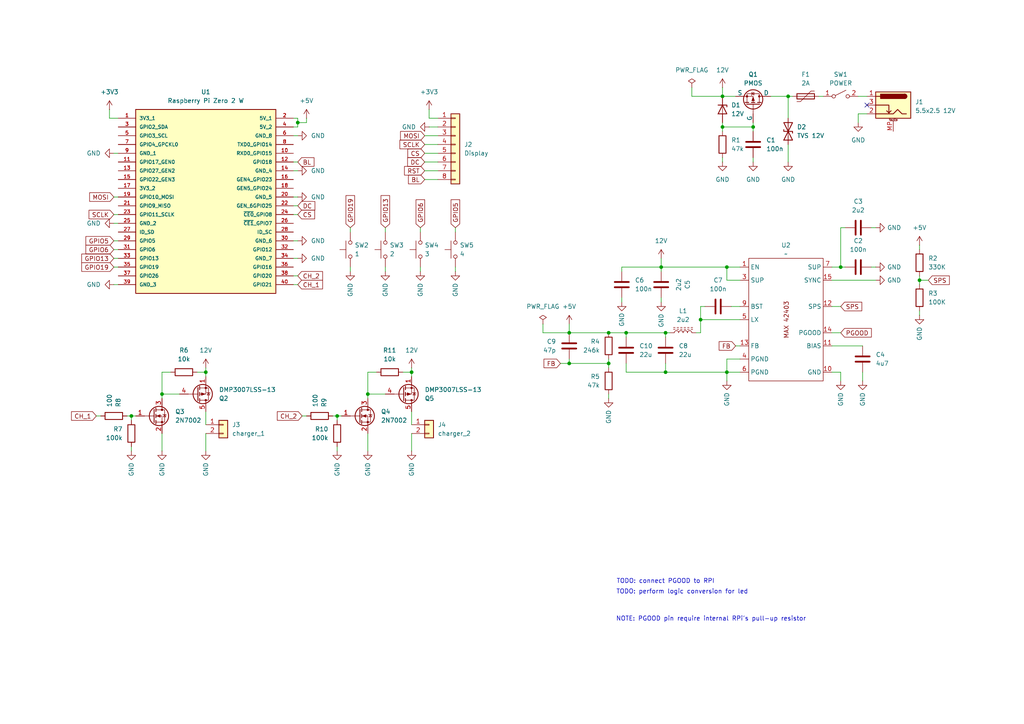
<source format=kicad_sch>
(kicad_sch (version 20231120) (generator "eeschema") (generator_version "8.0")
  (paper "A4")
  (lib_symbols
    (symbol "ADA3708:ADA3708" (pin_names (offset 1.016))
      (property "Reference" "U" (at -20.34 26.6962 0))
      (property "Value" "ADA3708" (at -20.3391 -30.5087 0))
      (symbol "ADA3708_0_0"
        (pin power_in line (at -25.4 22.86 0) (length 5.08) (name "3V3_1") (number "1"))
        (pin bidirectional line (at 25.4 12.7 180) (length 5.08) (name "RXD0_GPIO15") (number "10"))
        (pin bidirectional line (at -25.4 10.16 0) (length 5.08) (name "GPIO17_GEN0") (number "11"))
        (pin bidirectional line (at 25.4 10.16 180) (length 5.08) (name "GPIO18") (number "12"))
        (pin bidirectional line (at -25.4 7.62 0) (length 5.08) (name "GPIO27_GEN2") (number "13"))
        (pin power_in line (at 25.4 7.62 180) (length 5.08) (name "GND_4") (number "14"))
        (pin bidirectional line (at -25.4 5.08 0) (length 5.08) (name "GPIO22_GEN3") (number "15"))
        (pin bidirectional line (at 25.4 5.08 180) (length 5.08) (name "GEN4_GPIO23") (number "16"))
        (pin power_in line (at -25.4 2.54 0) (length 5.08) (name "3V3_2") (number "17"))
        (pin bidirectional line (at 25.4 2.54 180) (length 5.08) (name "GEN5_GPIO24") (number "18"))
        (pin bidirectional line (at -25.4 0 0) (length 5.08) (name "GPIO10_MOSI") (number "19"))
        (pin power_in line (at 25.4 22.86 180) (length 5.08) (name "5V_1") (number "2"))
        (pin power_in line (at 25.4 0 180) (length 5.08) (name "GND_5") (number "20"))
        (pin bidirectional line (at -25.4 -2.54 0) (length 5.08) (name "GPIO9_MISO") (number "21"))
        (pin bidirectional line (at 25.4 -2.54 180) (length 5.08) (name "GEN_6GPIO25") (number "22"))
        (pin bidirectional line (at -25.4 -5.08 0) (length 5.08) (name "GPIO11_SCLK") (number "23"))
        (pin bidirectional line (at 25.4 -5.08 180) (length 5.08) (name "~{CE0}_GPIO8") (number "24"))
        (pin power_in line (at -25.4 -7.62 0) (length 5.08) (name "GND_2") (number "25"))
        (pin bidirectional line (at 25.4 -7.62 180) (length 5.08) (name "~{CE1}_GPIO7") (number "26"))
        (pin bidirectional line (at -25.4 -10.16 0) (length 5.08) (name "ID_SD") (number "27"))
        (pin bidirectional line (at 25.4 -10.16 180) (length 5.08) (name "ID_SC") (number "28"))
        (pin bidirectional line (at -25.4 -12.7 0) (length 5.08) (name "GPIO5") (number "29"))
        (pin bidirectional line (at -25.4 20.32 0) (length 5.08) (name "GPIO2_SDA") (number "3"))
        (pin power_in line (at 25.4 -12.7 180) (length 5.08) (name "GND_6") (number "30"))
        (pin bidirectional line (at -25.4 -15.24 0) (length 5.08) (name "GPIO6") (number "31"))
        (pin bidirectional line (at 25.4 -15.24 180) (length 5.08) (name "GPIO12") (number "32"))
        (pin bidirectional line (at -25.4 -17.78 0) (length 5.08) (name "GPIO13") (number "33"))
        (pin power_in line (at 25.4 -17.78 180) (length 5.08) (name "GND_7") (number "34"))
        (pin bidirectional line (at -25.4 -20.32 0) (length 5.08) (name "GPIO19") (number "35"))
        (pin bidirectional line (at 25.4 -20.32 180) (length 5.08) (name "GPIO16") (number "36"))
        (pin bidirectional line (at -25.4 -22.86 0) (length 5.08) (name "GPIO26") (number "37"))
        (pin bidirectional line (at 25.4 -22.86 180) (length 5.08) (name "GPIO20") (number "38"))
        (pin power_in line (at -25.4 -25.4 0) (length 5.08) (name "GND_3") (number "39"))
        (pin power_in line (at 25.4 20.32 180) (length 5.08) (name "5V_2") (number "4"))
        (pin bidirectional line (at 25.4 -25.4 180) (length 5.08) (name "GPIO21") (number "40"))
        (pin bidirectional line (at -25.4 17.78 0) (length 5.08) (name "GPIO3_SCL") (number "5"))
        (pin power_in line (at 25.4 17.78 180) (length 5.08) (name "GND_8") (number "6"))
        (pin bidirectional line (at -25.4 15.24 0) (length 5.08) (name "GPIO4_GPCKL0") (number "7"))
        (pin bidirectional line (at 25.4 15.24 180) (length 5.08) (name "TXD0_GPIO14") (number "8"))
        (pin power_in line (at -25.4 12.7 0) (length 5.08) (name "GND_1") (number "9"))
      )
    )
    (symbol "Connector:Barrel_Jack_Switch_MountingPin" (pin_names hide)
      (property "Reference" "J" (at 0 5.334 0))
      (property "Value" "Barrel_Jack_Switch_MountingPin" (at 1.27 -6.35 0))
      (symbol "Barrel_Jack_Switch_MountingPin_1_1"
        (text "Mounting" (at 0 -4.191 0) (effects (font (size 0.381 0.381))))
        (pin passive line (at 7.62 2.54 180) (length 2.54) (name "~") (number "1"))
        (pin passive line (at 7.62 -2.54 180) (length 2.54) (name "~") (number "2"))
        (pin passive line (at 7.62 0 180) (length 2.54) (name "~") (number "3"))
        (pin passive line (at 0 -7.62 90) (length 3.048) (name "MountPin") (number "MP"))
      )
    )
    (symbol "Connector_Generic:Conn_01x02" (pin_names (offset 1.016) hide)
      (property "Reference" "J" (at 0 2.54 0))
      (property "Value" "Conn_01x02" (at 0 -5.08 0))
      (symbol "Conn_01x02_1_1"
        (pin passive line (at -5.08 0 0) (length 3.81) (name "Pin_1") (number "1"))
        (pin passive line (at -5.08 -2.54 0) (length 3.81) (name "Pin_2") (number "2"))
      )
    )
    (symbol "Connector_Generic:Conn_01x08" (pin_names (offset 1.016) hide)
      (property "Reference" "J" (at 0 10.16 0))
      (property "Value" "Conn_01x08" (at 0 -12.7 0))
      (symbol "Conn_01x08_1_1"
        (pin passive line (at -5.08 7.62 0) (length 3.81) (name "Pin_1") (number "1"))
        (pin passive line (at -5.08 5.08 0) (length 3.81) (name "Pin_2") (number "2"))
        (pin passive line (at -5.08 2.54 0) (length 3.81) (name "Pin_3") (number "3"))
        (pin passive line (at -5.08 0 0) (length 3.81) (name "Pin_4") (number "4"))
        (pin passive line (at -5.08 -2.54 0) (length 3.81) (name "Pin_5") (number "5"))
        (pin passive line (at -5.08 -5.08 0) (length 3.81) (name "Pin_6") (number "6"))
        (pin passive line (at -5.08 -7.62 0) (length 3.81) (name "Pin_7") (number "7"))
        (pin passive line (at -5.08 -10.16 0) (length 3.81) (name "Pin_8") (number "8"))
      )
    )
    (symbol "Device:C" (pin_numbers hide) (pin_names (offset 0.254))
      (property "Reference" "C" (at 0.635 2.54 0))
      (property "Value" "C" (at 0.635 -2.54 0))
      (symbol "C_1_1"
        (pin passive line (at 0 3.81 270) (length 2.794) (name "~") (number "1"))
        (pin passive line (at 0 -3.81 90) (length 2.794) (name "~") (number "2"))
      )
    )
    (symbol "Device:D_TVS" (pin_numbers hide) (pin_names (offset 1.016) hide)
      (property "Reference" "D" (at 0 2.54 0))
      (property "Value" "D_TVS" (at 0 -2.54 0))
      (symbol "D_TVS_1_1"
        (pin passive line (at -3.81 0 0) (length 2.54) (name "A1") (number "1"))
        (pin passive line (at 3.81 0 180) (length 2.54) (name "A2") (number "2"))
      )
    )
    (symbol "Device:D_Zener" (pin_numbers hide) (pin_names (offset 1.016) hide)
      (property "Reference" "D" (at 0 2.54 0))
      (property "Value" "D_Zener" (at 0 -2.54 0))
      (symbol "D_Zener_1_1"
        (pin passive line (at -3.81 0 0) (length 2.54) (name "K") (number "1"))
        (pin passive line (at 3.81 0 180) (length 2.54) (name "A") (number "2"))
      )
    )
    (symbol "Device:L_Ferrite" (pin_numbers hide) (pin_names (offset 1.016) hide)
      (property "Reference" "L" (at -1.27 0 90))
      (property "Value" "L_Ferrite" (at 2.794 0 90))
      (symbol "L_Ferrite_1_1"
        (pin passive line (at 0 3.81 270) (length 1.27) (name "1") (number "1"))
        (pin passive line (at 0 -3.81 90) (length 1.27) (name "2") (number "2"))
      )
    )
    (symbol "Device:Polyfuse" (pin_numbers hide) (pin_names (offset 0))
      (property "Reference" "F" (at -2.54 0 90))
      (property "Value" "Polyfuse" (at 2.54 0 90))
      (symbol "Polyfuse_1_1"
        (pin passive line (at 0 3.81 270) (length 1.27) (name "~") (number "1"))
        (pin passive line (at 0 -3.81 90) (length 1.27) (name "~") (number "2"))
      )
    )
    (symbol "Device:R" (pin_numbers hide) (pin_names (offset 0))
      (property "Reference" "R" (at 2.032 0 90))
      (property "Value" "R" (at 0 0 90))
      (symbol "R_1_1"
        (pin passive line (at 0 3.81 270) (length 1.27) (name "~") (number "1"))
        (pin passive line (at 0 -3.81 90) (length 1.27) (name "~") (number "2"))
      )
    )
    (symbol "Simulation_SPICE:PMOS" (pin_numbers hide) (pin_names (offset 0))
      (property "Reference" "Q" (at 5.08 1.27 0))
      (property "Value" "PMOS" (at 5.08 -1.27 0))
      (symbol "PMOS_1_1"
        (pin passive line (at 2.54 5.08 270) (length 2.54) (name "D") (number "1"))
        (pin input line (at -5.08 0 0) (length 2.54) (name "G") (number "2"))
        (pin passive line (at 2.54 -5.08 90) (length 2.54) (name "S") (number "3"))
      )
    )
    (symbol "Switch:SW_Push" (pin_numbers hide) (pin_names (offset 1.016) hide)
      (property "Reference" "SW" (at 1.27 2.54 0))
      (property "Value" "SW_Push" (at 0 -1.524 0))
      (symbol "SW_Push_0_1"
        (pin passive line (at -5.08 0 0) (length 2.54) (name "1") (number "1"))
        (pin passive line (at 5.08 0 180) (length 2.54) (name "2") (number "2"))
      )
    )
    (symbol "Switch:SW_SPST" (pin_names (offset 0) hide)
      (property "Reference" "SW" (at 0 3.175 0))
      (property "Value" "SW_SPST" (at 0 -2.54 0))
      (symbol "SW_SPST_1_1"
        (pin passive line (at -5.08 0 0) (length 2.54) (name "A") (number "1"))
        (pin passive line (at 5.08 0 180) (length 2.54) (name "B") (number "2"))
      )
    )
    (symbol "Transistor_FET:2N7002" (pin_names hide)
      (property "Reference" "Q" (at 5.08 1.905 0))
      (property "Value" "2N7002" (at 5.08 0 0))
      (symbol "2N7002_1_1"
        (pin input line (at -5.08 0 0) (length 2.54) (name "G") (number "1"))
        (pin passive line (at 2.54 -5.08 90) (length 2.54) (name "S") (number "2"))
        (pin passive line (at 2.54 5.08 270) (length 2.54) (name "D") (number "3"))
      )
    )
    (symbol "Transistor_FET:FDS9435A" (pin_names hide)
      (property "Reference" "Q" (at 5.08 1.905 0))
      (property "Value" "FDS9435A" (at 5.08 0 0))
      (symbol "FDS9435A_1_1"
        (pin passive line (at 2.54 -5.08 90) (length 2.54) (name "S") (number "1"))
        (pin passive line (at 2.54 -5.08 90) (length 2.54) hide (name "S") (number "2"))
        (pin passive line (at 2.54 -5.08 90) (length 2.54) hide (name "S") (number "3"))
        (pin passive line (at -5.08 0 0) (length 2.54) (name "G") (number "4"))
        (pin passive line (at 2.54 5.08 270) (length 2.54) (name "D") (number "5"))
        (pin passive line (at 2.54 5.08 270) (length 2.54) hide (name "D") (number "6"))
        (pin passive line (at 2.54 5.08 270) (length 2.54) hide (name "D") (number "7"))
        (pin passive line (at 2.54 5.08 270) (length 2.54) hide (name "D") (number "8"))
      )
    )
    (symbol "max42403:MAX_42403"
      (property "Reference" "U2" (at 13.335 21.59 0))
      (property "Value" "~" (at 13.335 19.05 0))
      (symbol "MAX_42403_1_1"
        (text "MAX 42403" (at 13.462 0 900) (effects (font (size 1.27 1.27))))
        (pin input line (at 0 15.24 0) (length 2.54) (name "EN") (number "1"))
        (pin input line (at 26.67 -15.24 180) (length 2.54) (name "GND") (number "10"))
        (pin input line (at 26.67 -7.62 180) (length 2.54) (name "BIAS") (number "11"))
        (pin input line (at 26.67 3.81 180) (length 2.54) (name "SPS") (number "12"))
        (pin input line (at 0 -7.62 0) (length 2.54) (name "FB") (number "13"))
        (pin input line (at 26.67 -3.81 180) (length 2.54) (name "PGOOD") (number "14"))
        (pin input line (at 26.67 11.43 180) (length 2.54) (name "SYNC") (number "15"))
        (pin input line (at 0 11.43 0) (length 2.54) (name "SUP") (number "3"))
        (pin input line (at 0 -11.43 0) (length 2.54) (name "PGND") (number "4"))
        (pin input line (at 0 0 0) (length 2.54) (name "LX") (number "5"))
        (pin input line (at 0 -15.24 0) (length 2.54) (name "PGND") (number "6"))
        (pin input line (at 26.67 15.24 180) (length 2.54) (name "SUP") (number "7"))
        (pin input line (at 0 3.81 0) (length 2.54) (name "BST") (number "9"))
      )
    )
    (symbol "power:+3V3" (power) (pin_numbers hide) (pin_names (offset 0) hide)
      (property "Value" "+3V3" (at 0 3.556 0))
      (symbol "+3V3_1_1"
        (pin power_in line (at 0 0 90) (length 0) (name "~") (number "1"))
      )
    )
    (symbol "power:+5V" (power) (pin_numbers hide) (pin_names (offset 0) hide)
      (property "Value" "+5V" (at 0 3.556 0))
      (symbol "+5V_1_1"
        (pin power_in line (at 0 0 90) (length 0) (name "~") (number "1"))
      )
    )
    (symbol "power:GND" (power) (pin_numbers hide) (pin_names (offset 0) hide)
      (property "Value" "GND" (at 0 -3.81 0))
      (symbol "GND_1_1"
        (pin power_in line (at 0 0 270) (length 0) (name "~") (number "1"))
      )
    )
    (symbol "power:PWR_FLAG" (power) (pin_numbers hide) (pin_names (offset 0) hide)
      (property "Value" "PWR_FLAG" (at 0 3.81 0))
      (symbol "PWR_FLAG_0_0"
        (pin power_out line (at 0 0 90) (length 0) (name "~") (number "1"))
      )
    )
  )
  (junction (at 210.82 77.47))
  (junction (at 193.04 96.52))
  (junction (at 193.04 107.95))
  (junction (at 243.84 77.47))
  (junction (at 176.53 96.52))
  (junction (at 228.6 27.94))
  (junction (at 209.55 36.83))
  (junction (at 38.1 120.65))
  (junction (at 210.82 107.95))
  (junction (at 218.44 36.83))
  (junction (at 86.36 35.56))
  (junction (at 106.68 114.3))
  (junction (at 209.55 27.94))
  (junction (at 59.69 107.95))
  (junction (at 165.1 105.41))
  (junction (at 203.2 92.71))
  (junction (at 191.77 77.47))
  (junction (at 165.1 96.52))
  (junction (at 46.99 114.3))
  (junction (at 266.7 81.28))
  (junction (at 119.38 107.95))
  (junction (at 97.79 120.65))
  (junction (at 181.61 96.52))
  (junction (at 176.53 105.41))
  (no_connect (at 251.46 30.48))
  (wire (pts (xy 266.7 80.01) (xy 266.7 81.28)))
  (wire (pts (xy 218.44 46.99) (xy 218.44 45.72)))
  (wire (pts (xy 266.7 81.28) (xy 269.24 81.28)))
  (wire (pts (xy 266.7 81.28) (xy 266.7 82.55)))
  (wire (pts (xy 241.3 81.28) (xy 254 81.28)))
  (wire (pts (xy 176.53 104.14) (xy 176.53 105.41)))
  (wire (pts (xy 86.36 35.56) (xy 88.9 35.56)))
  (wire (pts (xy 157.48 93.98) (xy 157.48 96.52)))
  (wire (pts (xy 237.49 27.94) (xy 238.76 27.94)))
  (wire (pts (xy 209.55 25.4) (xy 209.55 27.94)))
  (wire (pts (xy 123.19 41.91) (xy 127 41.91)))
  (wire (pts (xy 85.09 59.69) (xy 86.36 59.69)))
  (wire (pts (xy 266.7 71.12) (xy 266.7 72.39)))
  (wire (pts (xy 111.76 77.47) (xy 111.76 78.74)))
  (wire (pts (xy 119.38 119.38) (xy 119.38 123.19)))
  (wire (pts (xy 101.6 66.04) (xy 101.6 67.31)))
  (wire (pts (xy 228.6 27.94) (xy 228.6 34.29)))
  (wire (pts (xy 57.15 107.95) (xy 59.69 107.95)))
  (wire (pts (xy 33.02 69.85) (xy 34.29 69.85)))
  (wire (pts (xy 119.38 106.68) (xy 119.38 107.95)))
  (wire (pts (xy 31.75 31.75) (xy 31.75 34.29)))
  (wire (pts (xy 46.99 125.73) (xy 46.99 130.81)))
  (wire (pts (xy 36.83 120.65) (xy 38.1 120.65)))
  (wire (pts (xy 85.09 39.37) (xy 86.36 39.37)))
  (wire (pts (xy 119.38 125.73) (xy 119.38 130.81)))
  (wire (pts (xy 248.92 33.02) (xy 251.46 33.02)))
  (wire (pts (xy 209.55 27.94) (xy 213.36 27.94)))
  (wire (pts (xy 59.69 119.38) (xy 59.69 123.19)))
  (wire (pts (xy 123.19 49.53) (xy 127 49.53)))
  (wire (pts (xy 214.63 81.28) (xy 210.82 81.28)))
  (wire (pts (xy 210.82 104.14) (xy 210.82 107.95)))
  (wire (pts (xy 97.79 120.65) (xy 99.06 120.65)))
  (wire (pts (xy 119.38 107.95) (xy 119.38 109.22)))
  (wire (pts (xy 59.69 125.73) (xy 59.69 130.81)))
  (wire (pts (xy 243.84 110.49) (xy 243.84 107.95)))
  (wire (pts (xy 38.1 120.65) (xy 39.37 120.65)))
  (wire (pts (xy 228.6 41.91) (xy 228.6 46.99)))
  (wire (pts (xy 181.61 97.79) (xy 181.61 96.52)))
  (wire (pts (xy 27.94 120.65) (xy 29.21 120.65)))
  (wire (pts (xy 85.09 49.53) (xy 86.36 49.53)))
  (wire (pts (xy 33.02 74.93) (xy 34.29 74.93)))
  (wire (pts (xy 209.55 36.83) (xy 218.44 36.83)))
  (wire (pts (xy 200.66 27.94) (xy 209.55 27.94)))
  (wire (pts (xy 165.1 104.14) (xy 165.1 105.41)))
  (wire (pts (xy 243.84 66.04) (xy 243.84 77.47)))
  (wire (pts (xy 213.36 100.33) (xy 214.63 100.33)))
  (wire (pts (xy 59.69 107.95) (xy 59.69 109.22)))
  (wire (pts (xy 181.61 105.41) (xy 181.61 107.95)))
  (wire (pts (xy 181.61 107.95) (xy 193.04 107.95)))
  (wire (pts (xy 252.73 77.47) (xy 254 77.47)))
  (wire (pts (xy 193.04 107.95) (xy 210.82 107.95)))
  (wire (pts (xy 96.52 120.65) (xy 97.79 120.65)))
  (wire (pts (xy 176.53 114.3) (xy 176.53 115.57)))
  (wire (pts (xy 223.52 27.94) (xy 228.6 27.94)))
  (wire (pts (xy 157.48 96.52) (xy 165.1 96.52)))
  (wire (pts (xy 52.07 114.3) (xy 46.99 114.3)))
  (wire (pts (xy 132.08 77.47) (xy 132.08 78.74)))
  (wire (pts (xy 33.02 62.23) (xy 34.29 62.23)))
  (wire (pts (xy 123.19 44.45) (xy 127 44.45)))
  (wire (pts (xy 204.47 88.9) (xy 203.2 88.9)))
  (wire (pts (xy 241.3 88.9) (xy 243.84 88.9)))
  (wire (pts (xy 97.79 129.54) (xy 97.79 130.81)))
  (wire (pts (xy 124.46 36.83) (xy 127 36.83)))
  (wire (pts (xy 228.6 27.94) (xy 229.87 27.94)))
  (wire (pts (xy 121.92 77.47) (xy 121.92 78.74)))
  (wire (pts (xy 180.34 86.36) (xy 180.34 87.63)))
  (wire (pts (xy 201.93 96.52) (xy 203.2 96.52)))
  (wire (pts (xy 210.82 77.47) (xy 214.63 77.47)))
  (wire (pts (xy 85.09 82.55) (xy 86.36 82.55)))
  (wire (pts (xy 87.63 120.65) (xy 88.9 120.65)))
  (wire (pts (xy 248.92 27.94) (xy 251.46 27.94)))
  (wire (pts (xy 193.04 96.52) (xy 193.04 97.79)))
  (wire (pts (xy 33.02 57.15) (xy 34.29 57.15)))
  (wire (pts (xy 266.7 90.17) (xy 266.7 91.44)))
  (wire (pts (xy 241.3 100.33) (xy 250.19 100.33)))
  (wire (pts (xy 181.61 96.52) (xy 193.04 96.52)))
  (wire (pts (xy 106.68 114.3) (xy 106.68 107.95)))
  (wire (pts (xy 85.09 46.99) (xy 86.36 46.99)))
  (wire (pts (xy 193.04 105.41) (xy 193.04 107.95)))
  (wire (pts (xy 33.02 64.77) (xy 34.29 64.77)))
  (wire (pts (xy 123.19 39.37) (xy 127 39.37)))
  (wire (pts (xy 203.2 92.71) (xy 214.63 92.71)))
  (wire (pts (xy 210.82 107.95) (xy 214.63 107.95)))
  (wire (pts (xy 116.84 107.95) (xy 119.38 107.95)))
  (wire (pts (xy 88.9 34.29) (xy 88.9 35.56)))
  (wire (pts (xy 209.55 35.56) (xy 209.55 36.83)))
  (wire (pts (xy 252.73 66.04) (xy 254 66.04)))
  (wire (pts (xy 46.99 107.95) (xy 49.53 107.95)))
  (wire (pts (xy 176.53 105.41) (xy 176.53 106.68)))
  (wire (pts (xy 31.75 34.29) (xy 34.29 34.29)))
  (wire (pts (xy 106.68 125.73) (xy 106.68 130.81)))
  (wire (pts (xy 241.3 96.52) (xy 243.84 96.52)))
  (wire (pts (xy 85.09 80.01) (xy 86.36 80.01)))
  (wire (pts (xy 33.02 72.39) (xy 34.29 72.39)))
  (wire (pts (xy 180.34 78.74) (xy 180.34 77.47)))
  (wire (pts (xy 85.09 36.83) (xy 86.36 36.83)))
  (wire (pts (xy 46.99 114.3) (xy 46.99 107.95)))
  (wire (pts (xy 250.19 107.95) (xy 250.19 110.49)))
  (wire (pts (xy 243.84 107.95) (xy 241.3 107.95)))
  (wire (pts (xy 86.36 34.29) (xy 86.36 35.56)))
  (wire (pts (xy 86.36 34.29) (xy 85.09 34.29)))
  (wire (pts (xy 85.09 62.23) (xy 86.36 62.23)))
  (wire (pts (xy 210.82 107.95) (xy 210.82 110.49)))
  (wire (pts (xy 248.92 35.56) (xy 248.92 33.02)))
  (wire (pts (xy 46.99 114.3) (xy 46.99 115.57)))
  (wire (pts (xy 191.77 77.47) (xy 191.77 78.74)))
  (wire (pts (xy 85.09 69.85) (xy 86.36 69.85)))
  (wire (pts (xy 200.66 25.4) (xy 200.66 27.94)))
  (wire (pts (xy 111.76 66.04) (xy 111.76 67.31)))
  (wire (pts (xy 165.1 93.98) (xy 165.1 96.52)))
  (wire (pts (xy 86.36 35.56) (xy 86.36 36.83)))
  (wire (pts (xy 124.46 31.75) (xy 124.46 34.29)))
  (wire (pts (xy 165.1 105.41) (xy 176.53 105.41)))
  (wire (pts (xy 176.53 96.52) (xy 181.61 96.52)))
  (wire (pts (xy 214.63 104.14) (xy 210.82 104.14)))
  (wire (pts (xy 124.46 34.29) (xy 127 34.29)))
  (wire (pts (xy 191.77 74.93) (xy 191.77 77.47)))
  (wire (pts (xy 123.19 52.07) (xy 127 52.07)))
  (wire (pts (xy 121.92 66.04) (xy 121.92 67.31)))
  (wire (pts (xy 33.02 82.55) (xy 34.29 82.55)))
  (wire (pts (xy 106.68 107.95) (xy 109.22 107.95)))
  (wire (pts (xy 191.77 77.47) (xy 180.34 77.47)))
  (wire (pts (xy 97.79 120.65) (xy 97.79 121.92)))
  (wire (pts (xy 218.44 36.83) (xy 218.44 38.1)))
  (wire (pts (xy 132.08 66.04) (xy 132.08 67.31)))
  (wire (pts (xy 165.1 96.52) (xy 176.53 96.52)))
  (wire (pts (xy 210.82 81.28) (xy 210.82 77.47)))
  (wire (pts (xy 33.02 44.45) (xy 34.29 44.45)))
  (wire (pts (xy 38.1 120.65) (xy 38.1 121.92)))
  (wire (pts (xy 193.04 96.52) (xy 194.31 96.52)))
  (wire (pts (xy 111.76 114.3) (xy 106.68 114.3)))
  (wire (pts (xy 245.11 77.47) (xy 243.84 77.47)))
  (wire (pts (xy 191.77 86.36) (xy 191.77 87.63)))
  (wire (pts (xy 218.44 35.56) (xy 218.44 36.83)))
  (wire (pts (xy 191.77 77.47) (xy 210.82 77.47)))
  (wire (pts (xy 209.55 36.83) (xy 209.55 38.1)))
  (wire (pts (xy 212.09 88.9) (xy 214.63 88.9)))
  (wire (pts (xy 59.69 106.68) (xy 59.69 107.95)))
  (wire (pts (xy 123.19 46.99) (xy 127 46.99)))
  (wire (pts (xy 203.2 88.9) (xy 203.2 92.71)))
  (wire (pts (xy 33.02 77.47) (xy 34.29 77.47)))
  (wire (pts (xy 106.68 114.3) (xy 106.68 115.57)))
  (wire (pts (xy 241.3 77.47) (xy 243.84 77.47)))
  (wire (pts (xy 101.6 77.47) (xy 101.6 78.74)))
  (wire (pts (xy 85.09 57.15) (xy 86.36 57.15)))
  (wire (pts (xy 203.2 96.52) (xy 203.2 92.71)))
  (wire (pts (xy 209.55 45.72) (xy 209.55 46.99)))
  (wire (pts (xy 243.84 66.04) (xy 245.11 66.04)))
  (wire (pts (xy 38.1 129.54) (xy 38.1 130.81)))
  (wire (pts (xy 85.09 74.93) (xy 86.36 74.93)))
  (wire (pts (xy 162.56 105.41) (xy 165.1 105.41)))
  (text "TODO: perform logic conversion for led\n" (at 197.866 171.704 0) (effects (font (size 1.27 1.27))))
  (text "TODO: connect PGOOD to RPI\n" (at 193.04 168.656 0) (effects (font (size 1.27 1.27))))
  (text "NOTE: PGOOD pin require internal RPi's pull-up resistor" (at 206.248 179.578 0) (effects (font (size 1.27 1.27))))
  (global_label "CH_2" (shape input) (at 86.36 80.01 0) (property "Intersheetrefs" "${INTERSHEET_REFS}" (effects (hide yes))))
  (global_label "SCLK" (shape input) (at 123.19 41.91 180) (property "Intersheetrefs" "${INTERSHEET_REFS}" (effects (hide yes))))
  (global_label "MOSI" (shape input) (at 123.19 39.37 180) (property "Intersheetrefs" "${INTERSHEET_REFS}" (effects (hide yes))))
  (global_label "CH_1" (shape input) (at 86.36 82.55 0) (property "Intersheetrefs" "${INTERSHEET_REFS}" (effects (hide yes))))
  (global_label "SCLK" (shape input) (at 33.02 62.23 180) (property "Intersheetrefs" "${INTERSHEET_REFS}" (effects (hide yes))))
  (global_label "DC" (shape input) (at 123.19 46.99 180) (property "Intersheetrefs" "${INTERSHEET_REFS}" (effects (hide yes))))
  (global_label "GPIO5" (shape input) (at 33.02 69.85 180) (property "Intersheetrefs" "${INTERSHEET_REFS}" (effects (hide yes))))
  (global_label "PGOOD" (shape input) (at 243.84 96.52 0) (property "Intersheetrefs" "${INTERSHEET_REFS}" (effects (hide yes))))
  (global_label "SPS" (shape input) (at 243.84 88.9 0) (property "Intersheetrefs" "${INTERSHEET_REFS}" (effects (hide yes))))
  (global_label "BL" (shape input) (at 123.19 52.07 180) (property "Intersheetrefs" "${INTERSHEET_REFS}" (effects (hide yes))))
  (global_label "SPS" (shape input) (at 269.24 81.28 0) (property "Intersheetrefs" "${INTERSHEET_REFS}" (effects (hide yes))))
  (global_label "CS" (shape input) (at 123.19 44.45 180) (property "Intersheetrefs" "${INTERSHEET_REFS}" (effects (hide yes))))
  (global_label "GPIO13" (shape input) (at 33.02 74.93 180) (property "Intersheetrefs" "${INTERSHEET_REFS}" (effects (hide yes))))
  (global_label "GPIO6" (shape input) (at 121.92 66.04 90) (property "Intersheetrefs" "${INTERSHEET_REFS}" (effects (hide yes))))
  (global_label "GPIO5" (shape input) (at 132.08 66.04 90) (property "Intersheetrefs" "${INTERSHEET_REFS}" (effects (hide yes))))
  (global_label "CH_2" (shape input) (at 87.63 120.65 180) (property "Intersheetrefs" "${INTERSHEET_REFS}" (effects (hide yes))))
  (global_label "MOSI" (shape input) (at 33.02 57.15 180) (property "Intersheetrefs" "${INTERSHEET_REFS}" (effects (hide yes))))
  (global_label "GPIO19" (shape input) (at 101.6 66.04 90) (property "Intersheetrefs" "${INTERSHEET_REFS}" (effects (hide yes))))
  (global_label "FB" (shape input) (at 213.36 100.33 180) (property "Intersheetrefs" "${INTERSHEET_REFS}" (effects (hide yes))))
  (global_label "GPIO6" (shape input) (at 33.02 72.39 180) (property "Intersheetrefs" "${INTERSHEET_REFS}" (effects (hide yes))))
  (global_label "FB" (shape input) (at 162.56 105.41 180) (property "Intersheetrefs" "${INTERSHEET_REFS}" (effects (hide yes))))
  (global_label "BL" (shape input) (at 86.36 46.99 0) (property "Intersheetrefs" "${INTERSHEET_REFS}" (effects (hide yes))))
  (global_label "GPIO19" (shape input) (at 33.02 77.47 180) (property "Intersheetrefs" "${INTERSHEET_REFS}" (effects (hide yes))))
  (global_label "CH_1" (shape input) (at 27.94 120.65 180) (property "Intersheetrefs" "${INTERSHEET_REFS}" (effects (hide yes))))
  (global_label "DC" (shape input) (at 86.36 59.69 0) (property "Intersheetrefs" "${INTERSHEET_REFS}" (effects (hide yes))))
  (global_label "GPIO13" (shape input) (at 111.76 66.04 90) (property "Intersheetrefs" "${INTERSHEET_REFS}" (effects (hide yes))))
  (global_label "CS" (shape input) (at 86.36 62.23 0) (property "Intersheetrefs" "${INTERSHEET_REFS}" (effects (hide yes))))
  (global_label "RST" (shape input) (at 123.19 49.53 180) (property "Intersheetrefs" "${INTERSHEET_REFS}" (effects (hide yes))))
  (symbol (lib_id "Device:Polyfuse") (at 233.68 27.94 90) (unit 1)
    (property "Reference" "F1" (at 233.68 21.59 90))
    (property "Value" "2A" (at 233.68 24.13 90))
    (property "Description" "Resettable fuse, polymeric positive temperature coefficient" (effects (hide yes)))
  )
  (symbol (lib_id "Device:R") (at 97.79 125.73 0) (mirror x) (unit 1)
    (property "Reference" "R10" (at 95.25 124.4599 0) (effects (justify right)))
    (property "Value" "100k" (at 95.25 126.9999 0) (effects (justify right)))
    (property "Description" "Resistor" (effects (hide yes)))
  )
  (symbol (lib_id "power:GND") (at 119.38 130.81 0) (unit 1)
    (property "Reference" "#PWR042" (effects (hide yes)))
    (property "Value" "GND" (at 119.38 134.112 90) (effects (justify right)))
    (property "Description" "Power symbol creates a global label with name \"GND\" , ground" (effects (hide yes)))
  )
  (symbol (lib_id "Device:R") (at 38.1 125.73 0) (mirror x) (unit 1)
    (property "Reference" "R7" (at 35.56 124.4599 0) (effects (justify right)))
    (property "Value" "100k" (at 35.56 126.9999 0) (effects (justify right)))
    (property "Description" "Resistor" (effects (hide yes)))
  )
  (symbol (lib_id "Device:D_TVS") (at 228.6 38.1 90) (unit 1)
    (property "Reference" "D2" (at 231.14 36.8299 90) (effects (justify right)))
    (property "Value" "TVS 12V" (at 231.14 39.3699 90) (effects (justify right)))
    (property "Description" "Bidirectional transient-voltage-suppression diode" (effects (hide yes)))
  )
  (symbol (lib_id "ADA3708:ADA3708") (at 59.69 57.15 0) (unit 1)
    (property "Reference" "U1" (at 59.69 26.67 0))
    (property "Value" "Raspberry Pi Zero 2 W" (at 59.69 29.21 0))
    (property "Footprint" "ADA3708:MODULE_ADA3708" (effects (hide yes)))
    (property "MF" "Adafruit Industries" (effects (hide yes)))
    (property "Description_1" "\nRaspberry Pi Zero WH (Zero W with Headers)\n" (effects (hide yes)))
    (property "Package" "None" (effects (hide yes)))
    (property "Price" "None" (effects (hide yes)))
    (property "Check_prices" "https://www.snapeda.com/parts/ADA3708/Adafruit+Industries+LLC/view-part/?ref=eda" (effects (hide yes)))
    (property "STANDARD" "Manufacturer Recommendations" (effects (hide yes)))
    (property "SnapEDA_Link" "https://www.snapeda.com/parts/ADA3708/Adafruit+Industries+LLC/view-part/?ref=snap" (effects (hide yes)))
    (property "MP" "ADA3708" (effects (hide yes)))
    (property "Availability" "Not in stock" (effects (hide yes)))
    (property "MANUFACTURER" "Adafruit Industries" (effects (hide yes)))
  )
  (symbol (lib_id "Device:C") (at 180.34 82.55 180) (unit 1)
    (property "Reference" "C6" (at 184.15 81.2799 0) (effects (justify right)))
    (property "Value" "100n" (at 184.15 83.8199 0) (effects (justify right)))
    (property "Description" "Unpolarized capacitor" (effects (hide yes)))
  )
  (symbol (lib_id "power:GND") (at 209.55 46.99 0) (unit 1)
    (property "Reference" "#PWR03" (effects (hide yes)))
    (property "Value" "GND" (at 209.55 52.07 0))
    (property "Description" "Power symbol creates a global label with name \"GND\" , ground" (effects (hide yes)))
  )
  (symbol (lib_id "power:GND") (at 101.6 78.74 0) (unit 1)
    (property "Reference" "#PWR026" (effects (hide yes)))
    (property "Value" "GND" (at 101.6 82.042 90) (effects (justify right)))
    (property "Description" "Power symbol creates a global label with name \"GND\" , ground" (effects (hide yes)))
  )
  (symbol (lib_id "power:GND") (at 124.46 36.83 270) (unit 1)
    (property "Reference" "#PWR017" (effects (hide yes)))
    (property "Value" "GND" (at 120.65 36.8299 90) (effects (justify right)))
    (property "Description" "Power symbol creates a global label with name \"GND\" , ground" (effects (hide yes)))
  )
  (symbol (lib_id "power:+5V") (at 119.38 106.68 0) (unit 1)
    (property "Reference" "#PWR041" (effects (hide yes)))
    (property "Value" "12V" (at 119.38 101.6 0))
    (property "Description" "Power symbol creates a global label with name \"+5V\"" (effects (hide yes)))
  )
  (symbol (lib_id "Transistor_FET:FDS9435A") (at 116.84 114.3 0) (mirror x) (unit 1)
    (property "Reference" "Q5" (at 123.19 115.5701 0) (effects (justify left)))
    (property "Value" "DMP3007LSS-13" (at 123.19 113.0301 0) (effects (justify left)))
    (property "Footprint" "Package_SO:SOIC-8_3.9x4.9mm_P1.27mm" (effects (hide yes)))
    (property "Datasheet" "https://www.onsemi.com/pub/Collateral/FDS9435A-D.PDF" (effects (hide yes)))
    (property "Description" "-5.3A Id, -30V Vds, P-Channel MOSFET, 50mOhm Ron, SO-8" (effects (hide yes)))
  )
  (symbol (lib_id "power:GND") (at 38.1 130.81 0) (unit 1)
    (property "Reference" "#PWR037" (effects (hide yes)))
    (property "Value" "GND" (at 38.1 134.112 90) (effects (justify right)))
    (property "Description" "Power symbol creates a global label with name \"GND\" , ground" (effects (hide yes)))
  )
  (symbol (lib_id "Device:C") (at 165.1 100.33 0) (mirror y) (unit 1)
    (property "Reference" "C9" (at 161.29 99.0599 0) (effects (justify left)))
    (property "Value" "47p" (at 161.29 101.5999 0) (effects (justify left)))
    (property "Description" "Unpolarized capacitor" (effects (hide yes)))
  )
  (symbol (lib_id "power:+5V") (at 209.55 25.4 0) (unit 1)
    (property "Reference" "#PWR06" (effects (hide yes)))
    (property "Value" "12V" (at 209.55 20.32 0))
    (property "Description" "Power symbol creates a global label with name \"+5V\"" (effects (hide yes)))
  )
  (symbol (lib_id "Connector_Generic:Conn_01x02") (at 64.77 123.19 0) (unit 1)
    (property "Reference" "J3" (at 67.31 123.1899 0) (effects (justify left)))
    (property "Value" "charger_1" (at 67.31 125.7299 0) (effects (justify left)))
    (property "Description" "Generic connector, single row, 01x02, script generated (kicad-library-utils/schlib/autogen/connector/)" (effects (hide yes)))
  )
  (symbol (lib_id "power:GND") (at 210.82 110.49 0) (unit 1)
    (property "Reference" "#PWR025" (effects (hide yes)))
    (property "Value" "GND" (at 210.82 113.792 90) (effects (justify right)))
    (property "Description" "Power symbol creates a global label with name \"GND\" , ground" (effects (hide yes)))
  )
  (symbol (lib_id "power:GND") (at 243.84 110.49 0) (unit 1)
    (property "Reference" "#PWR023" (effects (hide yes)))
    (property "Value" "GND" (at 243.84 113.792 90) (effects (justify right)))
    (property "Description" "Power symbol creates a global label with name \"GND\" , ground" (effects (hide yes)))
  )
  (symbol (lib_id "power:GND") (at 254 66.04 90) (unit 1)
    (property "Reference" "#PWR021" (effects (hide yes)))
    (property "Value" "GND" (at 257.302 66.04 90) (effects (justify right)))
    (property "Description" "Power symbol creates a global label with name \"GND\" , ground" (effects (hide yes)))
  )
  (symbol (lib_id "power:GND") (at 33.02 82.55 270) (unit 1)
    (property "Reference" "#PWR010" (effects (hide yes)))
    (property "Value" "GND" (at 29.21 82.5499 90) (effects (justify right)))
    (property "Description" "Power symbol creates a global label with name \"GND\" , ground" (effects (hide yes)))
  )
  (symbol (lib_id "power:GND") (at 97.79 130.81 0) (unit 1)
    (property "Reference" "#PWR039" (effects (hide yes)))
    (property "Value" "GND" (at 97.79 134.112 90) (effects (justify right)))
    (property "Description" "Power symbol creates a global label with name \"GND\" , ground" (effects (hide yes)))
  )
  (symbol (lib_id "Switch:SW_SPST") (at 243.84 27.94 0) (unit 1)
    (property "Reference" "SW1" (at 243.84 21.59 0))
    (property "Value" "POWER" (at 243.84 24.13 0))
    (property "Description" "Single Pole Single Throw (SPST) switch" (effects (hide yes)))
  )
  (symbol (lib_id "power:+5V") (at 191.77 74.93 0) (unit 1)
    (property "Reference" "#PWR032" (effects (hide yes)))
    (property "Value" "12V" (at 191.77 69.85 0))
    (property "Description" "Power symbol creates a global label with name \"+5V\"" (effects (hide yes)))
  )
  (symbol (lib_id "Device:L_Ferrite") (at 198.12 96.52 90) (unit 1)
    (property "Reference" "L1" (at 198.12 90.17 90))
    (property "Value" "2u2" (at 198.12 92.71 90))
    (property "Description" "Inductor with ferrite core" (effects (hide yes)))
  )
  (symbol (lib_id "Device:R") (at 92.71 120.65 90) (mirror x) (unit 1)
    (property "Reference" "R9" (at 93.9801 118.11 0) (effects (justify right)))
    (property "Value" "100" (at 91.4401 118.11 0) (effects (justify right)))
    (property "Description" "Resistor" (effects (hide yes)))
  )
  (symbol (lib_id "power:PWR_FLAG") (at 157.48 93.98 0) (unit 1)
    (property "Reference" "#FLG02" (effects (hide yes)))
    (property "Value" "PWR_FLAG" (at 157.48 88.9 0))
    (property "Description" "Special symbol for telling ERC where power comes from" (effects (hide yes)))
  )
  (symbol (lib_id "Device:R") (at 266.7 86.36 0) (unit 1)
    (property "Reference" "R3" (at 269.24 85.0899 0) (effects (justify left)))
    (property "Value" "100K" (at 269.24 87.6299 0) (effects (justify left)))
    (property "Description" "Resistor" (effects (hide yes)))
  )
  (symbol (lib_id "Transistor_FET:2N7002") (at 44.45 120.65 0) (unit 1)
    (property "Reference" "Q3" (at 50.8 119.3799 0) (effects (justify left)))
    (property "Value" "2N7002" (at 50.8 121.9199 0) (effects (justify left)))
    (property "Footprint" "Package_TO_SOT_SMD:SOT-23" (effects (hide yes)))
    (property "Datasheet" "https://www.onsemi.com/pub/Collateral/NDS7002A-D.PDF" (effects (hide yes)))
    (property "Description" "0.115A Id, 60V Vds, N-Channel MOSFET, SOT-23" (effects (hide yes)))
  )
  (symbol (lib_id "Simulation_SPICE:PMOS") (at 218.44 30.48 270) (mirror x) (unit 1)
    (property "Reference" "Q1" (at 218.44 21.59 90))
    (property "Value" "PMOS" (at 218.44 24.13 90))
    (property "Datasheet" "https://ngspice.sourceforge.io/docs/ngspice-html-manual/manual.xhtml#cha_MOSFETs" (effects (hide yes)))
    (property "Description" "P-MOSFET transistor, drain/source/gate" (effects (hide yes)))
    (property "Sim.Device" "PMOS" (effects (hide yes)))
    (property "Sim.Type" "VDMOS" (effects (hide yes)))
    (property "Sim.Pins" "1=D 2=G 3=S" (effects (hide yes)))
  )
  (symbol (lib_id "max42403:MAX_42403") (at 214.63 92.71 0) (unit 1)
    (property "Reference" "U2" (at 227.965 71.12 0))
    (property "Value" "~" (at 227.965 73.66 0))
  )
  (symbol (lib_id "Device:R") (at 176.53 100.33 0) (mirror x) (unit 1)
    (property "Reference" "R4" (at 173.99 99.0599 0) (effects (justify right)))
    (property "Value" "246k" (at 173.99 101.5999 0) (effects (justify right)))
    (property "Description" "Resistor" (effects (hide yes)))
  )
  (symbol (lib_id "power:GND") (at 254 81.28 90) (unit 1)
    (property "Reference" "#PWR018" (effects (hide yes)))
    (property "Value" "GND" (at 257.302 81.28 90) (effects (justify right)))
    (property "Description" "Power symbol creates a global label with name \"GND\" , ground" (effects (hide yes)))
  )
  (symbol (lib_id "Connector_Generic:Conn_01x08") (at 132.08 41.91 0) (unit 1)
    (property "Reference" "J2" (at 134.62 41.9099 0) (effects (justify left)))
    (property "Value" "Display" (at 134.62 44.4499 0) (effects (justify left)))
    (property "Description" "Generic connector, single row, 01x08, script generated (kicad-library-utils/schlib/autogen/connector/)" (effects (hide yes)))
  )
  (symbol (lib_id "power:GND") (at 86.36 74.93 90) (unit 1)
    (property "Reference" "#PWR011" (effects (hide yes)))
    (property "Value" "GND" (at 90.17 74.9299 90) (effects (justify right)))
    (property "Description" "Power symbol creates a global label with name \"GND\" , ground" (effects (hide yes)))
  )
  (symbol (lib_id "power:GND") (at 46.99 130.81 0) (unit 1)
    (property "Reference" "#PWR038" (effects (hide yes)))
    (property "Value" "GND" (at 46.99 134.112 90) (effects (justify right)))
    (property "Description" "Power symbol creates a global label with name \"GND\" , ground" (effects (hide yes)))
  )
  (symbol (lib_id "power:GND") (at 254 77.47 90) (unit 1)
    (property "Reference" "#PWR020" (effects (hide yes)))
    (property "Value" "GND" (at 257.302 77.47 90) (effects (justify right)))
    (property "Description" "Power symbol creates a global label with name \"GND\" , ground" (effects (hide yes)))
  )
  (symbol (lib_id "power:GND") (at 86.36 69.85 90) (unit 1)
    (property "Reference" "#PWR012" (effects (hide yes)))
    (property "Value" "GND" (at 90.17 69.8499 90) (effects (justify right)))
    (property "Description" "Power symbol creates a global label with name \"GND\" , ground" (effects (hide yes)))
  )
  (symbol (lib_id "Device:R") (at 53.34 107.95 90) (unit 1)
    (property "Reference" "R6" (at 53.34 101.6 90))
    (property "Value" "10k" (at 53.34 104.14 90))
    (property "Description" "Resistor" (effects (hide yes)))
  )
  (symbol (lib_id "Switch:SW_Push") (at 121.92 72.39 90) (unit 1)
    (property "Reference" "SW4" (at 123.19 71.1199 90) (effects (justify right)))
    (property "Value" "3" (at 123.19 73.6599 90) (effects (justify right)))
    (property "Description" "Push button switch, generic, two pins" (effects (hide yes)))
  )
  (symbol (lib_id "Switch:SW_Push") (at 132.08 72.39 90) (unit 1)
    (property "Reference" "SW5" (at 133.35 71.1199 90) (effects (justify right)))
    (property "Value" "4" (at 133.35 73.6599 90) (effects (justify right)))
    (property "Description" "Push button switch, generic, two pins" (effects (hide yes)))
  )
  (symbol (lib_id "Switch:SW_Push") (at 101.6 72.39 90) (unit 1)
    (property "Reference" "SW2" (at 102.87 71.1199 90) (effects (justify right)))
    (property "Value" "1" (at 102.87 73.6599 90) (effects (justify right)))
    (property "Description" "Push button switch, generic, two pins" (effects (hide yes)))
  )
  (symbol (lib_id "Transistor_FET:FDS9435A") (at 57.15 114.3 0) (mirror x) (unit 1)
    (property "Reference" "Q2" (at 63.5 115.5701 0) (effects (justify left)))
    (property "Value" "DMP3007LSS-13" (at 63.5 113.0301 0) (effects (justify left)))
    (property "Footprint" "Package_SO:SOIC-8_3.9x4.9mm_P1.27mm" (effects (hide yes)))
    (property "Datasheet" "https://www.onsemi.com/pub/Collateral/FDS9435A-D.PDF" (effects (hide yes)))
    (property "Description" "-5.3A Id, -30V Vds, P-Channel MOSFET, 50mOhm Ron, SO-8" (effects (hide yes)))
  )
  (symbol (lib_id "power:GND") (at 86.36 39.37 90) (unit 1)
    (property "Reference" "#PWR015" (effects (hide yes)))
    (property "Value" "GND" (at 90.17 39.3699 90) (effects (justify right)))
    (property "Description" "Power symbol creates a global label with name \"GND\" , ground" (effects (hide yes)))
  )
  (symbol (lib_id "Device:R") (at 176.53 110.49 0) (mirror x) (unit 1)
    (property "Reference" "R5" (at 173.99 109.2199 0) (effects (justify right)))
    (property "Value" "47k" (at 173.99 111.7599 0) (effects (justify right)))
    (property "Description" "Resistor" (effects (hide yes)))
  )
  (symbol (lib_id "power:PWR_FLAG") (at 200.66 25.4 0) (unit 1)
    (property "Reference" "#FLG01" (effects (hide yes)))
    (property "Value" "PWR_FLAG" (at 200.66 20.32 0))
    (property "Description" "Special symbol for telling ERC where power comes from" (effects (hide yes)))
  )
  (symbol (lib_id "Device:C") (at 193.04 101.6 0) (unit 1)
    (property "Reference" "C8" (at 196.85 100.3299 0) (effects (justify left)))
    (property "Value" "22u" (at 196.85 102.8699 0) (effects (justify left)))
    (property "Description" "Unpolarized capacitor" (effects (hide yes)))
  )
  (symbol (lib_id "power:GND") (at 228.6 46.99 0) (unit 1)
    (property "Reference" "#PWR04" (effects (hide yes)))
    (property "Value" "GND" (at 228.6 52.07 0))
    (property "Description" "Power symbol creates a global label with name \"GND\" , ground" (effects (hide yes)))
  )
  (symbol (lib_id "power:GND") (at 33.02 44.45 270) (unit 1)
    (property "Reference" "#PWR08" (effects (hide yes)))
    (property "Value" "GND" (at 29.21 44.4499 90) (effects (justify right)))
    (property "Description" "Power symbol creates a global label with name \"GND\" , ground" (effects (hide yes)))
  )
  (symbol (lib_id "power:GND") (at 121.92 78.74 0) (unit 1)
    (property "Reference" "#PWR028" (effects (hide yes)))
    (property "Value" "GND" (at 121.92 82.042 90) (effects (justify right)))
    (property "Description" "Power symbol creates a global label with name \"GND\" , ground" (effects (hide yes)))
  )
  (symbol (lib_id "power:GND") (at 248.92 35.56 0) (unit 1)
    (property "Reference" "#PWR01" (effects (hide yes)))
    (property "Value" "GND" (at 248.92 40.64 0))
    (property "Description" "Power symbol creates a global label with name \"GND\" , ground" (effects (hide yes)))
  )
  (symbol (lib_id "Switch:SW_Push") (at 111.76 72.39 90) (unit 1)
    (property "Reference" "SW3" (at 113.03 71.1199 90) (effects (justify right)))
    (property "Value" "2" (at 113.03 73.6599 90) (effects (justify right)))
    (property "Description" "Push button switch, generic, two pins" (effects (hide yes)))
  )
  (symbol (lib_id "power:GND") (at 132.08 78.74 0) (unit 1)
    (property "Reference" "#PWR029" (effects (hide yes)))
    (property "Value" "GND" (at 132.08 82.042 90) (effects (justify right)))
    (property "Description" "Power symbol creates a global label with name \"GND\" , ground" (effects (hide yes)))
  )
  (symbol (lib_id "Device:R") (at 209.55 41.91 0) (unit 1)
    (property "Reference" "R1" (at 212.09 40.6399 0) (effects (justify left)))
    (property "Value" "47k" (at 212.09 43.1799 0) (effects (justify left)))
    (property "Description" "Resistor" (effects (hide yes)))
  )
  (symbol (lib_id "power:GND") (at 59.69 130.81 0) (unit 1)
    (property "Reference" "#PWR036" (effects (hide yes)))
    (property "Value" "GND" (at 59.69 134.112 90) (effects (justify right)))
    (property "Description" "Power symbol creates a global label with name \"GND\" , ground" (effects (hide yes)))
  )
  (symbol (lib_id "Connector_Generic:Conn_01x02") (at 124.46 123.19 0) (unit 1)
    (property "Reference" "J4" (at 127 123.1899 0) (effects (justify left)))
    (property "Value" "charger_2" (at 127 125.7299 0) (effects (justify left)))
    (property "Description" "Generic connector, single row, 01x02, script generated (kicad-library-utils/schlib/autogen/connector/)" (effects (hide yes)))
  )
  (symbol (lib_id "Connector:Barrel_Jack_Switch_MountingPin") (at 259.08 30.48 0) (mirror y) (unit 1)
    (property "Reference" "J1" (at 265.43 29.5655 0) (effects (justify right)))
    (property "Value" "5.5x2.5 12V" (at 265.43 32.1055 0) (effects (justify right)))
    (property "Description" "DC Barrel Jack with an internal switch and a mounting pin" (effects (hide yes)))
  )
  (symbol (lib_id "power:GND") (at 180.34 87.63 0) (unit 1)
    (property "Reference" "#PWR031" (effects (hide yes)))
    (property "Value" "GND" (at 180.34 90.678 90) (effects (justify right)))
    (property "Description" "Power symbol creates a global label with name \"GND\" , ground" (effects (hide yes)))
  )
  (symbol (lib_id "power:+5V") (at 266.7 71.12 0) (unit 1)
    (property "Reference" "#PWR022" (effects (hide yes)))
    (property "Value" "+5V" (at 266.7 66.04 0))
    (property "Description" "Power symbol creates a global label with name \"+5V\"" (effects (hide yes)))
  )
  (symbol (lib_id "Device:D_Zener") (at 209.55 31.75 270) (unit 1)
    (property "Reference" "D1" (at 212.09 30.4799 90) (effects (justify left)))
    (property "Value" "12V" (at 212.09 33.0199 90) (effects (justify left)))
    (property "Description" "Zener diode" (effects (hide yes)))
  )
  (symbol (lib_id "power:GND") (at 106.68 130.81 0) (unit 1)
    (property "Reference" "#PWR040" (effects (hide yes)))
    (property "Value" "GND" (at 106.68 134.112 90) (effects (justify right)))
    (property "Description" "Power symbol creates a global label with name \"GND\" , ground" (effects (hide yes)))
  )
  (symbol (lib_id "power:GND") (at 266.7 91.44 0) (unit 1)
    (property "Reference" "#PWR019" (effects (hide yes)))
    (property "Value" "GND" (at 266.7 94.742 90) (effects (justify right)))
    (property "Description" "Power symbol creates a global label with name \"GND\" , ground" (effects (hide yes)))
  )
  (symbol (lib_id "power:+3V3") (at 31.75 31.75 0) (unit 1)
    (property "Reference" "#PWR07" (effects (hide yes)))
    (property "Value" "+3V3" (at 31.75 26.67 0))
    (property "Description" "Power symbol creates a global label with name \"+3V3\"" (effects (hide yes)))
  )
  (symbol (lib_id "Device:C") (at 208.28 88.9 270) (unit 1)
    (property "Reference" "C7" (at 208.28 81.28 90))
    (property "Value" "100n" (at 208.28 83.82 90))
    (property "Description" "Unpolarized capacitor" (effects (hide yes)))
  )
  (symbol (lib_id "power:GND") (at 33.02 64.77 270) (unit 1)
    (property "Reference" "#PWR09" (effects (hide yes)))
    (property "Value" "GND" (at 29.21 64.7699 90) (effects (justify right)))
    (property "Description" "Power symbol creates a global label with name \"GND\" , ground" (effects (hide yes)))
  )
  (symbol (lib_id "power:+5V") (at 88.9 34.29 0) (unit 1)
    (property "Reference" "#PWR05" (effects (hide yes)))
    (property "Value" "+5V" (at 88.9 29.21 0))
    (property "Description" "Power symbol creates a global label with name \"+5V\"" (effects (hide yes)))
  )
  (symbol (lib_id "Device:C") (at 218.44 41.91 0) (unit 1)
    (property "Reference" "C1" (at 222.25 40.6399 0) (effects (justify left)))
    (property "Value" "100n" (at 222.25 43.1799 0) (effects (justify left)))
    (property "Description" "Unpolarized capacitor" (effects (hide yes)))
  )
  (symbol (lib_id "Device:R") (at 266.7 76.2 0) (unit 1)
    (property "Reference" "R2" (at 269.24 74.9299 0) (effects (justify left)))
    (property "Value" "330K" (at 269.24 77.4699 0) (effects (justify left)))
    (property "Description" "Resistor" (effects (hide yes)))
  )
  (symbol (lib_id "power:GND") (at 218.44 46.99 0) (unit 1)
    (property "Reference" "#PWR02" (effects (hide yes)))
    (property "Value" "GND" (at 218.44 52.07 0))
    (property "Description" "Power symbol creates a global label with name \"GND\" , ground" (effects (hide yes)))
  )
  (symbol (lib_id "power:GND") (at 176.53 115.57 0) (unit 1)
    (property "Reference" "#PWR033" (effects (hide yes)))
    (property "Value" "GND" (at 176.53 118.872 90) (effects (justify right)))
    (property "Description" "Power symbol creates a global label with name \"GND\" , ground" (effects (hide yes)))
  )
  (symbol (lib_id "power:GND") (at 111.76 78.74 0) (unit 1)
    (property "Reference" "#PWR027" (effects (hide yes)))
    (property "Value" "GND" (at 111.76 82.042 90) (effects (justify right)))
    (property "Description" "Power symbol creates a global label with name \"GND\" , ground" (effects (hide yes)))
  )
  (symbol (lib_id "Device:C") (at 191.77 82.55 0) (unit 1)
    (property "Reference" "C5" (at 199.39 82.55 90))
    (property "Value" "2u2" (at 196.85 82.55 90))
    (property "Description" "Unpolarized capacitor" (effects (hide yes)))
  )
  (symbol (lib_id "Device:C") (at 181.61 101.6 0) (unit 1)
    (property "Reference" "C10" (at 185.42 100.3299 0) (effects (justify left)))
    (property "Value" "22u" (at 185.42 102.8699 0) (effects (justify left)))
    (property "Description" "Unpolarized capacitor" (effects (hide yes)))
  )
  (symbol (lib_id "Device:C") (at 250.19 104.14 0) (unit 1)
    (property "Reference" "C4" (at 254 102.8699 0) (effects (justify left)))
    (property "Value" "4u7" (at 254 105.4099 0) (effects (justify left)))
    (property "Description" "Unpolarized capacitor" (effects (hide yes)))
  )
  (symbol (lib_id "power:GND") (at 86.36 49.53 90) (unit 1)
    (property "Reference" "#PWR014" (effects (hide yes)))
    (property "Value" "GND" (at 90.17 49.5299 90) (effects (justify right)))
    (property "Description" "Power symbol creates a global label with name \"GND\" , ground" (effects (hide yes)))
  )
  (symbol (lib_id "power:+5V") (at 165.1 93.98 0) (unit 1)
    (property "Reference" "#PWR034" (effects (hide yes)))
    (property "Value" "+5V" (at 165.1 88.9 0))
    (property "Description" "Power symbol creates a global label with name \"+5V\"" (effects (hide yes)))
  )
  (symbol (lib_id "power:+3V3") (at 124.46 31.75 0) (unit 1)
    (property "Reference" "#PWR016" (effects (hide yes)))
    (property "Value" "+3V3" (at 124.46 26.67 0))
    (property "Description" "Power symbol creates a global label with name \"+3V3\"" (effects (hide yes)))
  )
  (symbol (lib_id "Device:C") (at 248.92 77.47 90) (unit 1)
    (property "Reference" "C2" (at 248.92 69.85 90))
    (property "Value" "100n" (at 248.92 72.39 90))
    (property "Description" "Unpolarized capacitor" (effects (hide yes)))
  )
  (symbol (lib_id "Device:C") (at 248.92 66.04 90) (unit 1)
    (property "Reference" "C3" (at 248.92 58.42 90))
    (property "Value" "2u2" (at 248.92 60.96 90))
    (property "Description" "Unpolarized capacitor" (effects (hide yes)))
  )
  (symbol (lib_id "power:GND") (at 86.36 57.15 90) (unit 1)
    (property "Reference" "#PWR013" (effects (hide yes)))
    (property "Value" "GND" (at 90.17 57.1499 90) (effects (justify right)))
    (property "Description" "Power symbol creates a global label with name \"GND\" , ground" (effects (hide yes)))
  )
  (symbol (lib_id "power:+5V") (at 59.69 106.68 0) (unit 1)
    (property "Reference" "#PWR035" (effects (hide yes)))
    (property "Value" "12V" (at 59.69 101.6 0))
    (property "Description" "Power symbol creates a global label with name \"+5V\"" (effects (hide yes)))
  )
  (symbol (lib_id "Device:R") (at 33.02 120.65 90) (mirror x) (unit 1)
    (property "Reference" "R8" (at 34.2901 118.11 0) (effects (justify right)))
    (property "Value" "100" (at 31.7501 118.11 0) (effects (justify right)))
    (property "Description" "Resistor" (effects (hide yes)))
  )
  (symbol (lib_id "Transistor_FET:2N7002") (at 104.14 120.65 0) (unit 1)
    (property "Reference" "Q4" (at 110.49 119.3799 0) (effects (justify left)))
    (property "Value" "2N7002" (at 110.49 121.9199 0) (effects (justify left)))
    (property "Footprint" "Package_TO_SOT_SMD:SOT-23" (effects (hide yes)))
    (property "Datasheet" "https://www.onsemi.com/pub/Collateral/NDS7002A-D.PDF" (effects (hide yes)))
    (property "Description" "0.115A Id, 60V Vds, N-Channel MOSFET, SOT-23" (effects (hide yes)))
  )
  (symbol (lib_id "power:GND") (at 250.19 110.49 0) (unit 1)
    (property "Reference" "#PWR024" (effects (hide yes)))
    (property "Value" "GND" (at 250.19 113.792 90) (effects (justify right)))
    (property "Description" "Power symbol creates a global label with name \"GND\" , ground" (effects (hide yes)))
  )
  (symbol (lib_id "Device:R") (at 113.03 107.95 90) (unit 1)
    (property "Reference" "R11" (at 113.03 101.6 90))
    (property "Value" "10k" (at 113.03 104.14 90))
    (property "Description" "Resistor" (effects (hide yes)))
  )
  (symbol (lib_id "power:GND") (at 191.77 87.63 0) (unit 1)
    (property "Reference" "#PWR030" (effects (hide yes)))
    (property "Value" "GND" (at 191.77 90.932 90) (effects (justify right)))
    (property "Description" "Power symbol creates a global label with name \"GND\" , ground" (effects (hide yes)))
  )
)
</source>
